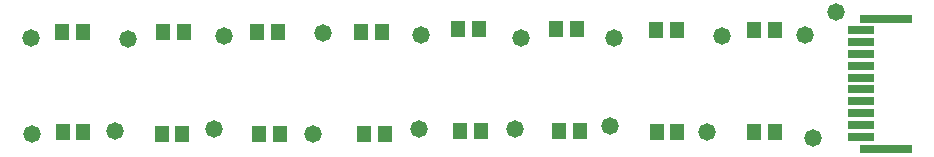
<source format=gts>
G04 Layer_Color=8388736*
%FSLAX43Y43*%
%MOMM*%
G71*
G01*
G75*
%ADD19R,1.303X1.453*%
%ADD20R,4.403X0.803*%
%ADD21R,2.203X0.803*%
%ADD22C,1.473*%
D19*
X114808Y88138D02*
D03*
X116558D02*
D03*
X106553D02*
D03*
X108303D02*
D03*
X98072Y88265D02*
D03*
X99822D02*
D03*
X89789D02*
D03*
X91539D02*
D03*
X81562Y88011D02*
D03*
X83312D02*
D03*
X72771D02*
D03*
X74521D02*
D03*
X64770D02*
D03*
X66520D02*
D03*
X56261D02*
D03*
X58011D02*
D03*
X74648Y79375D02*
D03*
X72898D02*
D03*
X58039Y79502D02*
D03*
X56289D02*
D03*
X100048Y79629D02*
D03*
X98298D02*
D03*
X116558Y79502D02*
D03*
X114808D02*
D03*
X83538Y79375D02*
D03*
X81788D02*
D03*
X66421D02*
D03*
X64671D02*
D03*
X91694Y79629D02*
D03*
X89944D02*
D03*
X108331Y79502D02*
D03*
X106581D02*
D03*
D20*
X125984Y78105D02*
D03*
Y89105D02*
D03*
D21*
X123884Y79105D02*
D03*
Y80105D02*
D03*
Y81105D02*
D03*
Y82105D02*
D03*
Y83105D02*
D03*
Y84105D02*
D03*
Y85105D02*
D03*
Y86105D02*
D03*
Y87105D02*
D03*
Y88105D02*
D03*
D22*
X119779Y79011D02*
D03*
X110871Y79502D02*
D03*
X112141Y87630D02*
D03*
X102997Y87503D02*
D03*
X102616Y80010D02*
D03*
X94615Y79756D02*
D03*
X95123Y87503D02*
D03*
X86487Y79756D02*
D03*
X86614Y87757D02*
D03*
X78359Y87884D02*
D03*
X77470Y79375D02*
D03*
X69088Y79756D02*
D03*
X69977Y87630D02*
D03*
X61849Y87376D02*
D03*
X60706Y79629D02*
D03*
X53594Y87503D02*
D03*
X53721Y79375D02*
D03*
X119126Y87757D02*
D03*
X121793Y89662D02*
D03*
M02*

</source>
